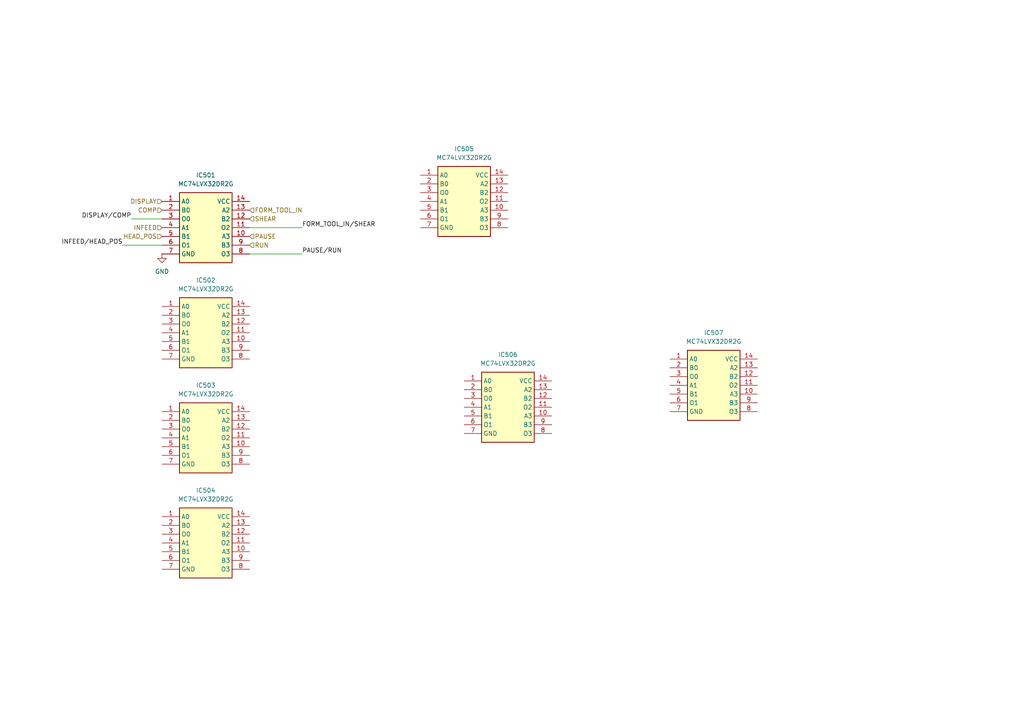
<source format=kicad_sch>
(kicad_sch (version 20231120) (generator "eeschema") (generator_version "8.0")
  (paper "A4")
  (title_block (title "MEP MAXI 85V-1 REV 2 Keypad") (date "2025-02-01") (rev "X1") (company "McMillan Enterprises") (comment 1 "Firmware: John Gilcreast (johngilcreast@gmail.com)") (comment 2 "Hardware: Connor McMillan (connor@mcmillan.website)"))
  (lib_symbols
    (symbol "MC74LVX32DR2G:MC74LVX32DR2G"
      (property "Reference" "IC" (at 21.59 7.62 0))
      (property "Value" "MC74LVX32DR2G" (at 21.59 5.08 0))
      (symbol "MC74LVX32DR2G_1_1"
        (rectangle (start 5.08 2.54) (end 20.32 -17.78) (stroke (width 0.254)) (fill (type background)))
        (pin passive line (at 0 0 0) (length 5.08) (name "A0") (number "1"))
        (pin passive line (at 25.4 -10.16 180) (length 5.08) (name "A3") (number "10"))
        (pin passive line (at 25.4 -7.62 180) (length 5.08) (name "O2") (number "11"))
        (pin passive line (at 25.4 -5.08 180) (length 5.08) (name "B2") (number "12"))
        (pin passive line (at 25.4 -2.54 180) (length 5.08) (name "A2") (number "13"))
        (pin passive line (at 25.4 0 180) (length 5.08) (name "VCC") (number "14"))
        (pin passive line (at 0 -2.54 0) (length 5.08) (name "B0") (number "2"))
        (pin passive line (at 0 -5.08 0) (length 5.08) (name "O0") (number "3"))
        (pin passive line (at 0 -7.62 0) (length 5.08) (name "A1") (number "4"))
        (pin passive line (at 0 -10.16 0) (length 5.08) (name "B1") (number "5"))
        (pin passive line (at 0 -12.7 0) (length 5.08) (name "O1") (number "6"))
        (pin passive line (at 0 -15.24 0) (length 5.08) (name "GND") (number "7"))
        (pin passive line (at 25.4 -15.24 180) (length 5.08) (name "O3") (number "8"))
        (pin passive line (at 25.4 -12.7 180) (length 5.08) (name "B3") (number "9"))
      )
    )
    (symbol "power:GND" (power) (pin_numbers hide) (pin_names (offset 0) hide)
      (property "Value" "GND" (at 0 -3.81 0))
      (symbol "GND_0_1"
        (polyline (pts (xy 0 0) (xy 0 -1.27) (xy 1.27 -1.27) (xy 0 -2.54) (xy -1.27 -1.27) (xy 0 -1.27)))
      )
      (symbol "GND_1_1"
        (pin power_in line (at 0 0 270) (length 0) (name "~") (number "1"))
      )
    )
  )
  (wire (pts (xy 72.39 66.04) (xy 87.63 66.04)))
  (wire (pts (xy 38.1 63.5) (xy 46.99 63.5)))
  (wire (pts (xy 72.39 73.66) (xy 87.63 73.66)))
  (wire (pts (xy 35.56 71.12) (xy 46.99 71.12)))
  (label "FORM_TOOL_IN{slash}SHEAR" (at 87.63 66.04 0))
  (label "INFEED{slash}HEAD_POS" (at 35.56 71.12 180))
  (label "DISPLAY{slash}COMP" (at 38.1 63.5 180))
  (label "PAUSE{slash}RUN" (at 87.63 73.66 0))
  (hierarchical_label "PAUSE" (shape input) (at 72.39 68.58 0))
  (hierarchical_label "SHEAR" (shape input) (at 72.39 63.5 0))
  (hierarchical_label "DISPLAY" (shape input) (at 46.99 58.42 180))
  (hierarchical_label "HEAD_POS" (shape input) (at 46.99 68.58 180))
  (hierarchical_label "RUN" (shape input) (at 72.39 71.12 0))
  (hierarchical_label "INFEED" (shape input) (at 46.99 66.04 180))
  (hierarchical_label "FORM_TOOL_IN" (shape input) (at 72.39 60.96 0))
  (hierarchical_label "COMP" (shape input) (at 46.99 60.96 180))
  (symbol (lib_id "MC74LVX32DR2G:MC74LVX32DR2G") (at 46.99 58.42 0) (unit 1)
    (property "Reference" "IC501" (at 59.69 50.8 0))
    (property "Value" "MC74LVX32DR2G" (at 59.69 53.34 0))
    (property "Footprint" "SOIC127P600X175-14N" (effects (hide yes)))
    (property "Datasheet" "https://www.onsemi.com/pub/Collateral/MC74LVX32-D.PDF" (effects (hide yes)))
    (property "Description" "High Speed: tPD = 4.4ns (Typ) at VCC = 3.3V; Balanced Propagation Delays; Low Noise: VOLP = 0.5V (Max); ESD Performance: HBM > 2000V; Machine Model > 200V; Pin and Function Compatible with Other Standard Logic Families; Power Down Protection Provided on Inputs; Low Power Dissipation: ICC = 2A (Max) at TA = 25 C; Latchup Performance Exceeds 300mA; Pb-Free Packages are Available*" (effects (hide yes)))
    (property "Height" "1.75" (effects (hide yes)))
    (property "Manufacturer_Name" "onsemi" (effects (hide yes)))
    (property "Manufacturer_Part_Number" "MC74LVX32DR2G" (effects (hide yes)))
    (property "Mouser Part Number" "863-MC74LVX32DR2G" (effects (hide yes)))
    (property "Mouser Price/Stock" "https://www.mouser.com/Search/Refine.aspx?Keyword=863-MC74LVX32DR2G" (effects (hide yes)))
    (property "Arrow Part Number" "MC74LVX32DR2G" (effects (hide yes)))
    (property "Arrow Price/Stock" "https://www.arrow.com/en/products/mc74lvx32dr2g/on-semiconductor" (effects (hide yes)))
  )
  (symbol (lib_id "MC74LVX32DR2G:MC74LVX32DR2G") (at 194.31 104.14 0) (unit 1)
    (property "Reference" "IC507" (at 207.01 96.52 0))
    (property "Value" "MC74LVX32DR2G" (at 207.01 99.06 0))
    (property "Footprint" "SOIC127P600X175-14N" (effects (hide yes)))
    (property "Datasheet" "https://www.onsemi.com/pub/Collateral/MC74LVX32-D.PDF" (effects (hide yes)))
    (property "Description" "High Speed: tPD = 4.4ns (Typ) at VCC = 3.3V; Balanced Propagation Delays; Low Noise: VOLP = 0.5V (Max); ESD Performance: HBM > 2000V; Machine Model > 200V; Pin and Function Compatible with Other Standard Logic Families; Power Down Protection Provided on Inputs; Low Power Dissipation: ICC = 2A (Max) at TA = 25 C; Latchup Performance Exceeds 300mA; Pb-Free Packages are Available*" (effects (hide yes)))
    (property "Height" "1.75" (effects (hide yes)))
    (property "Manufacturer_Name" "onsemi" (effects (hide yes)))
    (property "Manufacturer_Part_Number" "MC74LVX32DR2G" (effects (hide yes)))
    (property "Mouser Part Number" "863-MC74LVX32DR2G" (effects (hide yes)))
    (property "Mouser Price/Stock" "https://www.mouser.com/Search/Refine.aspx?Keyword=863-MC74LVX32DR2G" (effects (hide yes)))
    (property "Arrow Part Number" "MC74LVX32DR2G" (effects (hide yes)))
    (property "Arrow Price/Stock" "https://www.arrow.com/en/products/mc74lvx32dr2g/on-semiconductor" (effects (hide yes)))
  )
  (symbol (lib_id "MC74LVX32DR2G:MC74LVX32DR2G") (at 46.99 119.38 0) (unit 1)
    (property "Reference" "IC503" (at 59.69 111.76 0))
    (property "Value" "MC74LVX32DR2G" (at 59.69 114.3 0))
    (property "Footprint" "SOIC127P600X175-14N" (effects (hide yes)))
    (property "Datasheet" "https://www.onsemi.com/pub/Collateral/MC74LVX32-D.PDF" (effects (hide yes)))
    (property "Description" "High Speed: tPD = 4.4ns (Typ) at VCC = 3.3V; Balanced Propagation Delays; Low Noise: VOLP = 0.5V (Max); ESD Performance: HBM > 2000V; Machine Model > 200V; Pin and Function Compatible with Other Standard Logic Families; Power Down Protection Provided on Inputs; Low Power Dissipation: ICC = 2A (Max) at TA = 25 C; Latchup Performance Exceeds 300mA; Pb-Free Packages are Available*" (effects (hide yes)))
    (property "Height" "1.75" (effects (hide yes)))
    (property "Manufacturer_Name" "onsemi" (effects (hide yes)))
    (property "Manufacturer_Part_Number" "MC74LVX32DR2G" (effects (hide yes)))
    (property "Mouser Part Number" "863-MC74LVX32DR2G" (effects (hide yes)))
    (property "Mouser Price/Stock" "https://www.mouser.com/Search/Refine.aspx?Keyword=863-MC74LVX32DR2G" (effects (hide yes)))
    (property "Arrow Part Number" "MC74LVX32DR2G" (effects (hide yes)))
    (property "Arrow Price/Stock" "https://www.arrow.com/en/products/mc74lvx32dr2g/on-semiconductor" (effects (hide yes)))
  )
  (symbol (lib_id "MC74LVX32DR2G:MC74LVX32DR2G") (at 121.92 50.8 0) (unit 1)
    (property "Reference" "IC505" (at 134.62 43.18 0))
    (property "Value" "MC74LVX32DR2G" (at 134.62 45.72 0))
    (property "Footprint" "SOIC127P600X175-14N" (effects (hide yes)))
    (property "Datasheet" "https://www.onsemi.com/pub/Collateral/MC74LVX32-D.PDF" (effects (hide yes)))
    (property "Description" "High Speed: tPD = 4.4ns (Typ) at VCC = 3.3V; Balanced Propagation Delays; Low Noise: VOLP = 0.5V (Max); ESD Performance: HBM > 2000V; Machine Model > 200V; Pin and Function Compatible with Other Standard Logic Families; Power Down Protection Provided on Inputs; Low Power Dissipation: ICC = 2A (Max) at TA = 25 C; Latchup Performance Exceeds 300mA; Pb-Free Packages are Available*" (effects (hide yes)))
    (property "Height" "1.75" (effects (hide yes)))
    (property "Manufacturer_Name" "onsemi" (effects (hide yes)))
    (property "Manufacturer_Part_Number" "MC74LVX32DR2G" (effects (hide yes)))
    (property "Mouser Part Number" "863-MC74LVX32DR2G" (effects (hide yes)))
    (property "Mouser Price/Stock" "https://www.mouser.com/Search/Refine.aspx?Keyword=863-MC74LVX32DR2G" (effects (hide yes)))
    (property "Arrow Part Number" "MC74LVX32DR2G" (effects (hide yes)))
    (property "Arrow Price/Stock" "https://www.arrow.com/en/products/mc74lvx32dr2g/on-semiconductor" (effects (hide yes)))
  )
  (symbol (lib_id "MC74LVX32DR2G:MC74LVX32DR2G") (at 134.62 110.49 0) (unit 1)
    (property "Reference" "IC506" (at 147.32 102.87 0))
    (property "Value" "MC74LVX32DR2G" (at 147.32 105.41 0))
    (property "Footprint" "SOIC127P600X175-14N" (effects (hide yes)))
    (property "Datasheet" "https://www.onsemi.com/pub/Collateral/MC74LVX32-D.PDF" (effects (hide yes)))
    (property "Description" "High Speed: tPD = 4.4ns (Typ) at VCC = 3.3V; Balanced Propagation Delays; Low Noise: VOLP = 0.5V (Max); ESD Performance: HBM > 2000V; Machine Model > 200V; Pin and Function Compatible with Other Standard Logic Families; Power Down Protection Provided on Inputs; Low Power Dissipation: ICC = 2A (Max) at TA = 25 C; Latchup Performance Exceeds 300mA; Pb-Free Packages are Available*" (effects (hide yes)))
    (property "Height" "1.75" (effects (hide yes)))
    (property "Manufacturer_Name" "onsemi" (effects (hide yes)))
    (property "Manufacturer_Part_Number" "MC74LVX32DR2G" (effects (hide yes)))
    (property "Mouser Part Number" "863-MC74LVX32DR2G" (effects (hide yes)))
    (property "Mouser Price/Stock" "https://www.mouser.com/Search/Refine.aspx?Keyword=863-MC74LVX32DR2G" (effects (hide yes)))
    (property "Arrow Part Number" "MC74LVX32DR2G" (effects (hide yes)))
    (property "Arrow Price/Stock" "https://www.arrow.com/en/products/mc74lvx32dr2g/on-semiconductor" (effects (hide yes)))
  )
  (symbol (lib_id "power:GND") (at 46.99 73.66 0) (unit 1)
    (property "Reference" "#PWR0501" (effects (hide yes)))
    (property "Value" "GND" (at 46.99 78.74 0))
    (property "Description" "Power symbol creates a global label with name \"GND\" , ground" (effects (hide yes)))
  )
  (symbol (lib_id "MC74LVX32DR2G:MC74LVX32DR2G") (at 46.99 88.9 0) (unit 1)
    (property "Reference" "IC502" (at 59.69 81.28 0))
    (property "Value" "MC74LVX32DR2G" (at 59.69 83.82 0))
    (property "Footprint" "SOIC127P600X175-14N" (effects (hide yes)))
    (property "Datasheet" "https://www.onsemi.com/pub/Collateral/MC74LVX32-D.PDF" (effects (hide yes)))
    (property "Description" "High Speed: tPD = 4.4ns (Typ) at VCC = 3.3V; Balanced Propagation Delays; Low Noise: VOLP = 0.5V (Max); ESD Performance: HBM > 2000V; Machine Model > 200V; Pin and Function Compatible with Other Standard Logic Families; Power Down Protection Provided on Inputs; Low Power Dissipation: ICC = 2A (Max) at TA = 25 C; Latchup Performance Exceeds 300mA; Pb-Free Packages are Available*" (effects (hide yes)))
    (property "Height" "1.75" (effects (hide yes)))
    (property "Manufacturer_Name" "onsemi" (effects (hide yes)))
    (property "Manufacturer_Part_Number" "MC74LVX32DR2G" (effects (hide yes)))
    (property "Mouser Part Number" "863-MC74LVX32DR2G" (effects (hide yes)))
    (property "Mouser Price/Stock" "https://www.mouser.com/Search/Refine.aspx?Keyword=863-MC74LVX32DR2G" (effects (hide yes)))
    (property "Arrow Part Number" "MC74LVX32DR2G" (effects (hide yes)))
    (property "Arrow Price/Stock" "https://www.arrow.com/en/products/mc74lvx32dr2g/on-semiconductor" (effects (hide yes)))
  )
  (symbol (lib_id "MC74LVX32DR2G:MC74LVX32DR2G") (at 46.99 149.86 0) (unit 1)
    (property "Reference" "IC504" (at 59.69 142.24 0))
    (property "Value" "MC74LVX32DR2G" (at 59.69 144.78 0))
    (property "Footprint" "SOIC127P600X175-14N" (effects (hide yes)))
    (property "Datasheet" "https://www.onsemi.com/pub/Collateral/MC74LVX32-D.PDF" (effects (hide yes)))
    (property "Description" "High Speed: tPD = 4.4ns (Typ) at VCC = 3.3V; Balanced Propagation Delays; Low Noise: VOLP = 0.5V (Max); ESD Performance: HBM > 2000V; Machine Model > 200V; Pin and Function Compatible with Other Standard Logic Families; Power Down Protection Provided on Inputs; Low Power Dissipation: ICC = 2A (Max) at TA = 25 C; Latchup Performance Exceeds 300mA; Pb-Free Packages are Available*" (effects (hide yes)))
    (property "Height" "1.75" (effects (hide yes)))
    (property "Manufacturer_Name" "onsemi" (effects (hide yes)))
    (property "Manufacturer_Part_Number" "MC74LVX32DR2G" (effects (hide yes)))
    (property "Mouser Part Number" "863-MC74LVX32DR2G" (effects (hide yes)))
    (property "Mouser Price/Stock" "https://www.mouser.com/Search/Refine.aspx?Keyword=863-MC74LVX32DR2G" (effects (hide yes)))
    (property "Arrow Part Number" "MC74LVX32DR2G" (effects (hide yes)))
    (property "Arrow Price/Stock" "https://www.arrow.com/en/products/mc74lvx32dr2g/on-semiconductor" (effects (hide yes)))
  )
)
</source>
